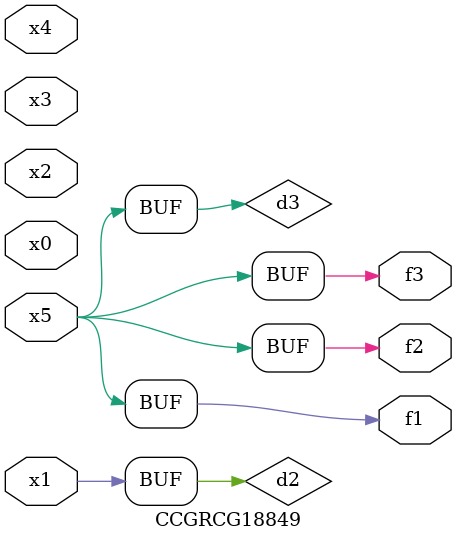
<source format=v>
module CCGRCG18849(
	input x0, x1, x2, x3, x4, x5,
	output f1, f2, f3
);

	wire d1, d2, d3;

	not (d1, x5);
	or (d2, x1);
	xnor (d3, d1);
	assign f1 = d3;
	assign f2 = d3;
	assign f3 = d3;
endmodule

</source>
